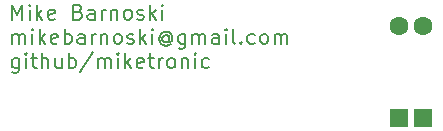
<source format=gto>
%TF.GenerationSoftware,KiCad,Pcbnew,7.0.2*%
%TF.CreationDate,2023-06-21T18:27:12-05:00*%
%TF.ProjectId,MXB_INTMCU.kicad_pro,4d58425f-494e-4544-9d43-552e6b696361,rev?*%
%TF.SameCoordinates,Original*%
%TF.FileFunction,Legend,Top*%
%TF.FilePolarity,Positive*%
%FSLAX46Y46*%
G04 Gerber Fmt 4.6, Leading zero omitted, Abs format (unit mm)*
G04 Created by KiCad (PCBNEW 7.0.2) date 2023-06-21 18:27:12*
%MOMM*%
%LPD*%
G01*
G04 APERTURE LIST*
%ADD10C,0.200000*%
%ADD11C,1.600000*%
%ADD12R,1.600000X1.600000*%
G04 APERTURE END LIST*
D10*
X80302380Y-57929776D02*
X80302380Y-56659776D01*
X80302380Y-56659776D02*
X80725714Y-57566919D01*
X80725714Y-57566919D02*
X81149047Y-56659776D01*
X81149047Y-56659776D02*
X81149047Y-57929776D01*
X81753809Y-57929776D02*
X81753809Y-57083109D01*
X81753809Y-56659776D02*
X81693333Y-56720252D01*
X81693333Y-56720252D02*
X81753809Y-56780728D01*
X81753809Y-56780728D02*
X81814286Y-56720252D01*
X81814286Y-56720252D02*
X81753809Y-56659776D01*
X81753809Y-56659776D02*
X81753809Y-56780728D01*
X82358571Y-57929776D02*
X82358571Y-56659776D01*
X82479524Y-57445966D02*
X82842381Y-57929776D01*
X82842381Y-57083109D02*
X82358571Y-57566919D01*
X83870476Y-57869300D02*
X83749524Y-57929776D01*
X83749524Y-57929776D02*
X83507619Y-57929776D01*
X83507619Y-57929776D02*
X83386666Y-57869300D01*
X83386666Y-57869300D02*
X83326190Y-57748347D01*
X83326190Y-57748347D02*
X83326190Y-57264538D01*
X83326190Y-57264538D02*
X83386666Y-57143585D01*
X83386666Y-57143585D02*
X83507619Y-57083109D01*
X83507619Y-57083109D02*
X83749524Y-57083109D01*
X83749524Y-57083109D02*
X83870476Y-57143585D01*
X83870476Y-57143585D02*
X83930952Y-57264538D01*
X83930952Y-57264538D02*
X83930952Y-57385490D01*
X83930952Y-57385490D02*
X83326190Y-57506442D01*
X85866190Y-57264538D02*
X86047618Y-57325014D01*
X86047618Y-57325014D02*
X86108095Y-57385490D01*
X86108095Y-57385490D02*
X86168571Y-57506442D01*
X86168571Y-57506442D02*
X86168571Y-57687871D01*
X86168571Y-57687871D02*
X86108095Y-57808823D01*
X86108095Y-57808823D02*
X86047618Y-57869300D01*
X86047618Y-57869300D02*
X85926666Y-57929776D01*
X85926666Y-57929776D02*
X85442856Y-57929776D01*
X85442856Y-57929776D02*
X85442856Y-56659776D01*
X85442856Y-56659776D02*
X85866190Y-56659776D01*
X85866190Y-56659776D02*
X85987142Y-56720252D01*
X85987142Y-56720252D02*
X86047618Y-56780728D01*
X86047618Y-56780728D02*
X86108095Y-56901680D01*
X86108095Y-56901680D02*
X86108095Y-57022633D01*
X86108095Y-57022633D02*
X86047618Y-57143585D01*
X86047618Y-57143585D02*
X85987142Y-57204061D01*
X85987142Y-57204061D02*
X85866190Y-57264538D01*
X85866190Y-57264538D02*
X85442856Y-57264538D01*
X87257142Y-57929776D02*
X87257142Y-57264538D01*
X87257142Y-57264538D02*
X87196666Y-57143585D01*
X87196666Y-57143585D02*
X87075714Y-57083109D01*
X87075714Y-57083109D02*
X86833809Y-57083109D01*
X86833809Y-57083109D02*
X86712856Y-57143585D01*
X87257142Y-57869300D02*
X87136190Y-57929776D01*
X87136190Y-57929776D02*
X86833809Y-57929776D01*
X86833809Y-57929776D02*
X86712856Y-57869300D01*
X86712856Y-57869300D02*
X86652380Y-57748347D01*
X86652380Y-57748347D02*
X86652380Y-57627395D01*
X86652380Y-57627395D02*
X86712856Y-57506442D01*
X86712856Y-57506442D02*
X86833809Y-57445966D01*
X86833809Y-57445966D02*
X87136190Y-57445966D01*
X87136190Y-57445966D02*
X87257142Y-57385490D01*
X87861904Y-57929776D02*
X87861904Y-57083109D01*
X87861904Y-57325014D02*
X87922381Y-57204061D01*
X87922381Y-57204061D02*
X87982857Y-57143585D01*
X87982857Y-57143585D02*
X88103809Y-57083109D01*
X88103809Y-57083109D02*
X88224762Y-57083109D01*
X88648094Y-57083109D02*
X88648094Y-57929776D01*
X88648094Y-57204061D02*
X88708571Y-57143585D01*
X88708571Y-57143585D02*
X88829523Y-57083109D01*
X88829523Y-57083109D02*
X89010952Y-57083109D01*
X89010952Y-57083109D02*
X89131904Y-57143585D01*
X89131904Y-57143585D02*
X89192380Y-57264538D01*
X89192380Y-57264538D02*
X89192380Y-57929776D01*
X89978571Y-57929776D02*
X89857619Y-57869300D01*
X89857619Y-57869300D02*
X89797142Y-57808823D01*
X89797142Y-57808823D02*
X89736666Y-57687871D01*
X89736666Y-57687871D02*
X89736666Y-57325014D01*
X89736666Y-57325014D02*
X89797142Y-57204061D01*
X89797142Y-57204061D02*
X89857619Y-57143585D01*
X89857619Y-57143585D02*
X89978571Y-57083109D01*
X89978571Y-57083109D02*
X90160000Y-57083109D01*
X90160000Y-57083109D02*
X90280952Y-57143585D01*
X90280952Y-57143585D02*
X90341428Y-57204061D01*
X90341428Y-57204061D02*
X90401904Y-57325014D01*
X90401904Y-57325014D02*
X90401904Y-57687871D01*
X90401904Y-57687871D02*
X90341428Y-57808823D01*
X90341428Y-57808823D02*
X90280952Y-57869300D01*
X90280952Y-57869300D02*
X90160000Y-57929776D01*
X90160000Y-57929776D02*
X89978571Y-57929776D01*
X90885714Y-57869300D02*
X91006667Y-57929776D01*
X91006667Y-57929776D02*
X91248571Y-57929776D01*
X91248571Y-57929776D02*
X91369524Y-57869300D01*
X91369524Y-57869300D02*
X91430000Y-57748347D01*
X91430000Y-57748347D02*
X91430000Y-57687871D01*
X91430000Y-57687871D02*
X91369524Y-57566919D01*
X91369524Y-57566919D02*
X91248571Y-57506442D01*
X91248571Y-57506442D02*
X91067143Y-57506442D01*
X91067143Y-57506442D02*
X90946190Y-57445966D01*
X90946190Y-57445966D02*
X90885714Y-57325014D01*
X90885714Y-57325014D02*
X90885714Y-57264538D01*
X90885714Y-57264538D02*
X90946190Y-57143585D01*
X90946190Y-57143585D02*
X91067143Y-57083109D01*
X91067143Y-57083109D02*
X91248571Y-57083109D01*
X91248571Y-57083109D02*
X91369524Y-57143585D01*
X91974285Y-57929776D02*
X91974285Y-56659776D01*
X92095238Y-57445966D02*
X92458095Y-57929776D01*
X92458095Y-57083109D02*
X91974285Y-57566919D01*
X93002380Y-57929776D02*
X93002380Y-57083109D01*
X93002380Y-56659776D02*
X92941904Y-56720252D01*
X92941904Y-56720252D02*
X93002380Y-56780728D01*
X93002380Y-56780728D02*
X93062857Y-56720252D01*
X93062857Y-56720252D02*
X93002380Y-56659776D01*
X93002380Y-56659776D02*
X93002380Y-56780728D01*
X80302380Y-59987176D02*
X80302380Y-59140509D01*
X80302380Y-59261461D02*
X80362857Y-59200985D01*
X80362857Y-59200985D02*
X80483809Y-59140509D01*
X80483809Y-59140509D02*
X80665238Y-59140509D01*
X80665238Y-59140509D02*
X80786190Y-59200985D01*
X80786190Y-59200985D02*
X80846666Y-59321938D01*
X80846666Y-59321938D02*
X80846666Y-59987176D01*
X80846666Y-59321938D02*
X80907142Y-59200985D01*
X80907142Y-59200985D02*
X81028095Y-59140509D01*
X81028095Y-59140509D02*
X81209523Y-59140509D01*
X81209523Y-59140509D02*
X81330476Y-59200985D01*
X81330476Y-59200985D02*
X81390952Y-59321938D01*
X81390952Y-59321938D02*
X81390952Y-59987176D01*
X81995713Y-59987176D02*
X81995713Y-59140509D01*
X81995713Y-58717176D02*
X81935237Y-58777652D01*
X81935237Y-58777652D02*
X81995713Y-58838128D01*
X81995713Y-58838128D02*
X82056190Y-58777652D01*
X82056190Y-58777652D02*
X81995713Y-58717176D01*
X81995713Y-58717176D02*
X81995713Y-58838128D01*
X82600475Y-59987176D02*
X82600475Y-58717176D01*
X82721428Y-59503366D02*
X83084285Y-59987176D01*
X83084285Y-59140509D02*
X82600475Y-59624319D01*
X84112380Y-59926700D02*
X83991428Y-59987176D01*
X83991428Y-59987176D02*
X83749523Y-59987176D01*
X83749523Y-59987176D02*
X83628570Y-59926700D01*
X83628570Y-59926700D02*
X83568094Y-59805747D01*
X83568094Y-59805747D02*
X83568094Y-59321938D01*
X83568094Y-59321938D02*
X83628570Y-59200985D01*
X83628570Y-59200985D02*
X83749523Y-59140509D01*
X83749523Y-59140509D02*
X83991428Y-59140509D01*
X83991428Y-59140509D02*
X84112380Y-59200985D01*
X84112380Y-59200985D02*
X84172856Y-59321938D01*
X84172856Y-59321938D02*
X84172856Y-59442890D01*
X84172856Y-59442890D02*
X83568094Y-59563842D01*
X84717141Y-59987176D02*
X84717141Y-58717176D01*
X84717141Y-59200985D02*
X84838094Y-59140509D01*
X84838094Y-59140509D02*
X85079999Y-59140509D01*
X85079999Y-59140509D02*
X85200951Y-59200985D01*
X85200951Y-59200985D02*
X85261427Y-59261461D01*
X85261427Y-59261461D02*
X85321903Y-59382414D01*
X85321903Y-59382414D02*
X85321903Y-59745271D01*
X85321903Y-59745271D02*
X85261427Y-59866223D01*
X85261427Y-59866223D02*
X85200951Y-59926700D01*
X85200951Y-59926700D02*
X85079999Y-59987176D01*
X85079999Y-59987176D02*
X84838094Y-59987176D01*
X84838094Y-59987176D02*
X84717141Y-59926700D01*
X86410475Y-59987176D02*
X86410475Y-59321938D01*
X86410475Y-59321938D02*
X86349999Y-59200985D01*
X86349999Y-59200985D02*
X86229047Y-59140509D01*
X86229047Y-59140509D02*
X85987142Y-59140509D01*
X85987142Y-59140509D02*
X85866189Y-59200985D01*
X86410475Y-59926700D02*
X86289523Y-59987176D01*
X86289523Y-59987176D02*
X85987142Y-59987176D01*
X85987142Y-59987176D02*
X85866189Y-59926700D01*
X85866189Y-59926700D02*
X85805713Y-59805747D01*
X85805713Y-59805747D02*
X85805713Y-59684795D01*
X85805713Y-59684795D02*
X85866189Y-59563842D01*
X85866189Y-59563842D02*
X85987142Y-59503366D01*
X85987142Y-59503366D02*
X86289523Y-59503366D01*
X86289523Y-59503366D02*
X86410475Y-59442890D01*
X87015237Y-59987176D02*
X87015237Y-59140509D01*
X87015237Y-59382414D02*
X87075714Y-59261461D01*
X87075714Y-59261461D02*
X87136190Y-59200985D01*
X87136190Y-59200985D02*
X87257142Y-59140509D01*
X87257142Y-59140509D02*
X87378095Y-59140509D01*
X87801427Y-59140509D02*
X87801427Y-59987176D01*
X87801427Y-59261461D02*
X87861904Y-59200985D01*
X87861904Y-59200985D02*
X87982856Y-59140509D01*
X87982856Y-59140509D02*
X88164285Y-59140509D01*
X88164285Y-59140509D02*
X88285237Y-59200985D01*
X88285237Y-59200985D02*
X88345713Y-59321938D01*
X88345713Y-59321938D02*
X88345713Y-59987176D01*
X89131904Y-59987176D02*
X89010952Y-59926700D01*
X89010952Y-59926700D02*
X88950475Y-59866223D01*
X88950475Y-59866223D02*
X88889999Y-59745271D01*
X88889999Y-59745271D02*
X88889999Y-59382414D01*
X88889999Y-59382414D02*
X88950475Y-59261461D01*
X88950475Y-59261461D02*
X89010952Y-59200985D01*
X89010952Y-59200985D02*
X89131904Y-59140509D01*
X89131904Y-59140509D02*
X89313333Y-59140509D01*
X89313333Y-59140509D02*
X89434285Y-59200985D01*
X89434285Y-59200985D02*
X89494761Y-59261461D01*
X89494761Y-59261461D02*
X89555237Y-59382414D01*
X89555237Y-59382414D02*
X89555237Y-59745271D01*
X89555237Y-59745271D02*
X89494761Y-59866223D01*
X89494761Y-59866223D02*
X89434285Y-59926700D01*
X89434285Y-59926700D02*
X89313333Y-59987176D01*
X89313333Y-59987176D02*
X89131904Y-59987176D01*
X90039047Y-59926700D02*
X90160000Y-59987176D01*
X90160000Y-59987176D02*
X90401904Y-59987176D01*
X90401904Y-59987176D02*
X90522857Y-59926700D01*
X90522857Y-59926700D02*
X90583333Y-59805747D01*
X90583333Y-59805747D02*
X90583333Y-59745271D01*
X90583333Y-59745271D02*
X90522857Y-59624319D01*
X90522857Y-59624319D02*
X90401904Y-59563842D01*
X90401904Y-59563842D02*
X90220476Y-59563842D01*
X90220476Y-59563842D02*
X90099523Y-59503366D01*
X90099523Y-59503366D02*
X90039047Y-59382414D01*
X90039047Y-59382414D02*
X90039047Y-59321938D01*
X90039047Y-59321938D02*
X90099523Y-59200985D01*
X90099523Y-59200985D02*
X90220476Y-59140509D01*
X90220476Y-59140509D02*
X90401904Y-59140509D01*
X90401904Y-59140509D02*
X90522857Y-59200985D01*
X91127618Y-59987176D02*
X91127618Y-58717176D01*
X91248571Y-59503366D02*
X91611428Y-59987176D01*
X91611428Y-59140509D02*
X91127618Y-59624319D01*
X92155713Y-59987176D02*
X92155713Y-59140509D01*
X92155713Y-58717176D02*
X92095237Y-58777652D01*
X92095237Y-58777652D02*
X92155713Y-58838128D01*
X92155713Y-58838128D02*
X92216190Y-58777652D01*
X92216190Y-58777652D02*
X92155713Y-58717176D01*
X92155713Y-58717176D02*
X92155713Y-58838128D01*
X93546666Y-59382414D02*
X93486190Y-59321938D01*
X93486190Y-59321938D02*
X93365237Y-59261461D01*
X93365237Y-59261461D02*
X93244285Y-59261461D01*
X93244285Y-59261461D02*
X93123333Y-59321938D01*
X93123333Y-59321938D02*
X93062856Y-59382414D01*
X93062856Y-59382414D02*
X93002380Y-59503366D01*
X93002380Y-59503366D02*
X93002380Y-59624319D01*
X93002380Y-59624319D02*
X93062856Y-59745271D01*
X93062856Y-59745271D02*
X93123333Y-59805747D01*
X93123333Y-59805747D02*
X93244285Y-59866223D01*
X93244285Y-59866223D02*
X93365237Y-59866223D01*
X93365237Y-59866223D02*
X93486190Y-59805747D01*
X93486190Y-59805747D02*
X93546666Y-59745271D01*
X93546666Y-59261461D02*
X93546666Y-59745271D01*
X93546666Y-59745271D02*
X93607142Y-59805747D01*
X93607142Y-59805747D02*
X93667618Y-59805747D01*
X93667618Y-59805747D02*
X93788571Y-59745271D01*
X93788571Y-59745271D02*
X93849047Y-59624319D01*
X93849047Y-59624319D02*
X93849047Y-59321938D01*
X93849047Y-59321938D02*
X93728095Y-59140509D01*
X93728095Y-59140509D02*
X93546666Y-59019557D01*
X93546666Y-59019557D02*
X93304761Y-58959080D01*
X93304761Y-58959080D02*
X93062856Y-59019557D01*
X93062856Y-59019557D02*
X92881428Y-59140509D01*
X92881428Y-59140509D02*
X92760475Y-59321938D01*
X92760475Y-59321938D02*
X92699999Y-59563842D01*
X92699999Y-59563842D02*
X92760475Y-59805747D01*
X92760475Y-59805747D02*
X92881428Y-59987176D01*
X92881428Y-59987176D02*
X93062856Y-60108128D01*
X93062856Y-60108128D02*
X93304761Y-60168604D01*
X93304761Y-60168604D02*
X93546666Y-60108128D01*
X93546666Y-60108128D02*
X93728095Y-59987176D01*
X94937618Y-59140509D02*
X94937618Y-60168604D01*
X94937618Y-60168604D02*
X94877142Y-60289557D01*
X94877142Y-60289557D02*
X94816666Y-60350033D01*
X94816666Y-60350033D02*
X94695713Y-60410509D01*
X94695713Y-60410509D02*
X94514285Y-60410509D01*
X94514285Y-60410509D02*
X94393332Y-60350033D01*
X94937618Y-59926700D02*
X94816666Y-59987176D01*
X94816666Y-59987176D02*
X94574761Y-59987176D01*
X94574761Y-59987176D02*
X94453809Y-59926700D01*
X94453809Y-59926700D02*
X94393332Y-59866223D01*
X94393332Y-59866223D02*
X94332856Y-59745271D01*
X94332856Y-59745271D02*
X94332856Y-59382414D01*
X94332856Y-59382414D02*
X94393332Y-59261461D01*
X94393332Y-59261461D02*
X94453809Y-59200985D01*
X94453809Y-59200985D02*
X94574761Y-59140509D01*
X94574761Y-59140509D02*
X94816666Y-59140509D01*
X94816666Y-59140509D02*
X94937618Y-59200985D01*
X95542380Y-59987176D02*
X95542380Y-59140509D01*
X95542380Y-59261461D02*
X95602857Y-59200985D01*
X95602857Y-59200985D02*
X95723809Y-59140509D01*
X95723809Y-59140509D02*
X95905238Y-59140509D01*
X95905238Y-59140509D02*
X96026190Y-59200985D01*
X96026190Y-59200985D02*
X96086666Y-59321938D01*
X96086666Y-59321938D02*
X96086666Y-59987176D01*
X96086666Y-59321938D02*
X96147142Y-59200985D01*
X96147142Y-59200985D02*
X96268095Y-59140509D01*
X96268095Y-59140509D02*
X96449523Y-59140509D01*
X96449523Y-59140509D02*
X96570476Y-59200985D01*
X96570476Y-59200985D02*
X96630952Y-59321938D01*
X96630952Y-59321938D02*
X96630952Y-59987176D01*
X97779999Y-59987176D02*
X97779999Y-59321938D01*
X97779999Y-59321938D02*
X97719523Y-59200985D01*
X97719523Y-59200985D02*
X97598571Y-59140509D01*
X97598571Y-59140509D02*
X97356666Y-59140509D01*
X97356666Y-59140509D02*
X97235713Y-59200985D01*
X97779999Y-59926700D02*
X97659047Y-59987176D01*
X97659047Y-59987176D02*
X97356666Y-59987176D01*
X97356666Y-59987176D02*
X97235713Y-59926700D01*
X97235713Y-59926700D02*
X97175237Y-59805747D01*
X97175237Y-59805747D02*
X97175237Y-59684795D01*
X97175237Y-59684795D02*
X97235713Y-59563842D01*
X97235713Y-59563842D02*
X97356666Y-59503366D01*
X97356666Y-59503366D02*
X97659047Y-59503366D01*
X97659047Y-59503366D02*
X97779999Y-59442890D01*
X98384761Y-59987176D02*
X98384761Y-59140509D01*
X98384761Y-58717176D02*
X98324285Y-58777652D01*
X98324285Y-58777652D02*
X98384761Y-58838128D01*
X98384761Y-58838128D02*
X98445238Y-58777652D01*
X98445238Y-58777652D02*
X98384761Y-58717176D01*
X98384761Y-58717176D02*
X98384761Y-58838128D01*
X99170952Y-59987176D02*
X99050000Y-59926700D01*
X99050000Y-59926700D02*
X98989523Y-59805747D01*
X98989523Y-59805747D02*
X98989523Y-58717176D01*
X99654761Y-59866223D02*
X99715238Y-59926700D01*
X99715238Y-59926700D02*
X99654761Y-59987176D01*
X99654761Y-59987176D02*
X99594285Y-59926700D01*
X99594285Y-59926700D02*
X99654761Y-59866223D01*
X99654761Y-59866223D02*
X99654761Y-59987176D01*
X100803809Y-59926700D02*
X100682857Y-59987176D01*
X100682857Y-59987176D02*
X100440952Y-59987176D01*
X100440952Y-59987176D02*
X100320000Y-59926700D01*
X100320000Y-59926700D02*
X100259523Y-59866223D01*
X100259523Y-59866223D02*
X100199047Y-59745271D01*
X100199047Y-59745271D02*
X100199047Y-59382414D01*
X100199047Y-59382414D02*
X100259523Y-59261461D01*
X100259523Y-59261461D02*
X100320000Y-59200985D01*
X100320000Y-59200985D02*
X100440952Y-59140509D01*
X100440952Y-59140509D02*
X100682857Y-59140509D01*
X100682857Y-59140509D02*
X100803809Y-59200985D01*
X101529523Y-59987176D02*
X101408571Y-59926700D01*
X101408571Y-59926700D02*
X101348094Y-59866223D01*
X101348094Y-59866223D02*
X101287618Y-59745271D01*
X101287618Y-59745271D02*
X101287618Y-59382414D01*
X101287618Y-59382414D02*
X101348094Y-59261461D01*
X101348094Y-59261461D02*
X101408571Y-59200985D01*
X101408571Y-59200985D02*
X101529523Y-59140509D01*
X101529523Y-59140509D02*
X101710952Y-59140509D01*
X101710952Y-59140509D02*
X101831904Y-59200985D01*
X101831904Y-59200985D02*
X101892380Y-59261461D01*
X101892380Y-59261461D02*
X101952856Y-59382414D01*
X101952856Y-59382414D02*
X101952856Y-59745271D01*
X101952856Y-59745271D02*
X101892380Y-59866223D01*
X101892380Y-59866223D02*
X101831904Y-59926700D01*
X101831904Y-59926700D02*
X101710952Y-59987176D01*
X101710952Y-59987176D02*
X101529523Y-59987176D01*
X102497142Y-59987176D02*
X102497142Y-59140509D01*
X102497142Y-59261461D02*
X102557619Y-59200985D01*
X102557619Y-59200985D02*
X102678571Y-59140509D01*
X102678571Y-59140509D02*
X102860000Y-59140509D01*
X102860000Y-59140509D02*
X102980952Y-59200985D01*
X102980952Y-59200985D02*
X103041428Y-59321938D01*
X103041428Y-59321938D02*
X103041428Y-59987176D01*
X103041428Y-59321938D02*
X103101904Y-59200985D01*
X103101904Y-59200985D02*
X103222857Y-59140509D01*
X103222857Y-59140509D02*
X103404285Y-59140509D01*
X103404285Y-59140509D02*
X103525238Y-59200985D01*
X103525238Y-59200985D02*
X103585714Y-59321938D01*
X103585714Y-59321938D02*
X103585714Y-59987176D01*
X80846666Y-61197909D02*
X80846666Y-62226004D01*
X80846666Y-62226004D02*
X80786190Y-62346957D01*
X80786190Y-62346957D02*
X80725714Y-62407433D01*
X80725714Y-62407433D02*
X80604761Y-62467909D01*
X80604761Y-62467909D02*
X80423333Y-62467909D01*
X80423333Y-62467909D02*
X80302380Y-62407433D01*
X80846666Y-61984100D02*
X80725714Y-62044576D01*
X80725714Y-62044576D02*
X80483809Y-62044576D01*
X80483809Y-62044576D02*
X80362857Y-61984100D01*
X80362857Y-61984100D02*
X80302380Y-61923623D01*
X80302380Y-61923623D02*
X80241904Y-61802671D01*
X80241904Y-61802671D02*
X80241904Y-61439814D01*
X80241904Y-61439814D02*
X80302380Y-61318861D01*
X80302380Y-61318861D02*
X80362857Y-61258385D01*
X80362857Y-61258385D02*
X80483809Y-61197909D01*
X80483809Y-61197909D02*
X80725714Y-61197909D01*
X80725714Y-61197909D02*
X80846666Y-61258385D01*
X81451428Y-62044576D02*
X81451428Y-61197909D01*
X81451428Y-60774576D02*
X81390952Y-60835052D01*
X81390952Y-60835052D02*
X81451428Y-60895528D01*
X81451428Y-60895528D02*
X81511905Y-60835052D01*
X81511905Y-60835052D02*
X81451428Y-60774576D01*
X81451428Y-60774576D02*
X81451428Y-60895528D01*
X81874762Y-61197909D02*
X82358571Y-61197909D01*
X82056190Y-60774576D02*
X82056190Y-61863147D01*
X82056190Y-61863147D02*
X82116667Y-61984100D01*
X82116667Y-61984100D02*
X82237619Y-62044576D01*
X82237619Y-62044576D02*
X82358571Y-62044576D01*
X82781904Y-62044576D02*
X82781904Y-60774576D01*
X83326190Y-62044576D02*
X83326190Y-61379338D01*
X83326190Y-61379338D02*
X83265714Y-61258385D01*
X83265714Y-61258385D02*
X83144762Y-61197909D01*
X83144762Y-61197909D02*
X82963333Y-61197909D01*
X82963333Y-61197909D02*
X82842381Y-61258385D01*
X82842381Y-61258385D02*
X82781904Y-61318861D01*
X84475238Y-61197909D02*
X84475238Y-62044576D01*
X83930952Y-61197909D02*
X83930952Y-61863147D01*
X83930952Y-61863147D02*
X83991429Y-61984100D01*
X83991429Y-61984100D02*
X84112381Y-62044576D01*
X84112381Y-62044576D02*
X84293810Y-62044576D01*
X84293810Y-62044576D02*
X84414762Y-61984100D01*
X84414762Y-61984100D02*
X84475238Y-61923623D01*
X85080000Y-62044576D02*
X85080000Y-60774576D01*
X85080000Y-61258385D02*
X85200953Y-61197909D01*
X85200953Y-61197909D02*
X85442858Y-61197909D01*
X85442858Y-61197909D02*
X85563810Y-61258385D01*
X85563810Y-61258385D02*
X85624286Y-61318861D01*
X85624286Y-61318861D02*
X85684762Y-61439814D01*
X85684762Y-61439814D02*
X85684762Y-61802671D01*
X85684762Y-61802671D02*
X85624286Y-61923623D01*
X85624286Y-61923623D02*
X85563810Y-61984100D01*
X85563810Y-61984100D02*
X85442858Y-62044576D01*
X85442858Y-62044576D02*
X85200953Y-62044576D01*
X85200953Y-62044576D02*
X85080000Y-61984100D01*
X87136191Y-60714100D02*
X86047620Y-62346957D01*
X87559524Y-62044576D02*
X87559524Y-61197909D01*
X87559524Y-61318861D02*
X87620001Y-61258385D01*
X87620001Y-61258385D02*
X87740953Y-61197909D01*
X87740953Y-61197909D02*
X87922382Y-61197909D01*
X87922382Y-61197909D02*
X88043334Y-61258385D01*
X88043334Y-61258385D02*
X88103810Y-61379338D01*
X88103810Y-61379338D02*
X88103810Y-62044576D01*
X88103810Y-61379338D02*
X88164286Y-61258385D01*
X88164286Y-61258385D02*
X88285239Y-61197909D01*
X88285239Y-61197909D02*
X88466667Y-61197909D01*
X88466667Y-61197909D02*
X88587620Y-61258385D01*
X88587620Y-61258385D02*
X88648096Y-61379338D01*
X88648096Y-61379338D02*
X88648096Y-62044576D01*
X89252857Y-62044576D02*
X89252857Y-61197909D01*
X89252857Y-60774576D02*
X89192381Y-60835052D01*
X89192381Y-60835052D02*
X89252857Y-60895528D01*
X89252857Y-60895528D02*
X89313334Y-60835052D01*
X89313334Y-60835052D02*
X89252857Y-60774576D01*
X89252857Y-60774576D02*
X89252857Y-60895528D01*
X89857619Y-62044576D02*
X89857619Y-60774576D01*
X89978572Y-61560766D02*
X90341429Y-62044576D01*
X90341429Y-61197909D02*
X89857619Y-61681719D01*
X91369524Y-61984100D02*
X91248572Y-62044576D01*
X91248572Y-62044576D02*
X91006667Y-62044576D01*
X91006667Y-62044576D02*
X90885714Y-61984100D01*
X90885714Y-61984100D02*
X90825238Y-61863147D01*
X90825238Y-61863147D02*
X90825238Y-61379338D01*
X90825238Y-61379338D02*
X90885714Y-61258385D01*
X90885714Y-61258385D02*
X91006667Y-61197909D01*
X91006667Y-61197909D02*
X91248572Y-61197909D01*
X91248572Y-61197909D02*
X91369524Y-61258385D01*
X91369524Y-61258385D02*
X91430000Y-61379338D01*
X91430000Y-61379338D02*
X91430000Y-61500290D01*
X91430000Y-61500290D02*
X90825238Y-61621242D01*
X91792857Y-61197909D02*
X92276666Y-61197909D01*
X91974285Y-60774576D02*
X91974285Y-61863147D01*
X91974285Y-61863147D02*
X92034762Y-61984100D01*
X92034762Y-61984100D02*
X92155714Y-62044576D01*
X92155714Y-62044576D02*
X92276666Y-62044576D01*
X92699999Y-62044576D02*
X92699999Y-61197909D01*
X92699999Y-61439814D02*
X92760476Y-61318861D01*
X92760476Y-61318861D02*
X92820952Y-61258385D01*
X92820952Y-61258385D02*
X92941904Y-61197909D01*
X92941904Y-61197909D02*
X93062857Y-61197909D01*
X93667618Y-62044576D02*
X93546666Y-61984100D01*
X93546666Y-61984100D02*
X93486189Y-61923623D01*
X93486189Y-61923623D02*
X93425713Y-61802671D01*
X93425713Y-61802671D02*
X93425713Y-61439814D01*
X93425713Y-61439814D02*
X93486189Y-61318861D01*
X93486189Y-61318861D02*
X93546666Y-61258385D01*
X93546666Y-61258385D02*
X93667618Y-61197909D01*
X93667618Y-61197909D02*
X93849047Y-61197909D01*
X93849047Y-61197909D02*
X93969999Y-61258385D01*
X93969999Y-61258385D02*
X94030475Y-61318861D01*
X94030475Y-61318861D02*
X94090951Y-61439814D01*
X94090951Y-61439814D02*
X94090951Y-61802671D01*
X94090951Y-61802671D02*
X94030475Y-61923623D01*
X94030475Y-61923623D02*
X93969999Y-61984100D01*
X93969999Y-61984100D02*
X93849047Y-62044576D01*
X93849047Y-62044576D02*
X93667618Y-62044576D01*
X94635237Y-61197909D02*
X94635237Y-62044576D01*
X94635237Y-61318861D02*
X94695714Y-61258385D01*
X94695714Y-61258385D02*
X94816666Y-61197909D01*
X94816666Y-61197909D02*
X94998095Y-61197909D01*
X94998095Y-61197909D02*
X95119047Y-61258385D01*
X95119047Y-61258385D02*
X95179523Y-61379338D01*
X95179523Y-61379338D02*
X95179523Y-62044576D01*
X95784285Y-62044576D02*
X95784285Y-61197909D01*
X95784285Y-60774576D02*
X95723809Y-60835052D01*
X95723809Y-60835052D02*
X95784285Y-60895528D01*
X95784285Y-60895528D02*
X95844762Y-60835052D01*
X95844762Y-60835052D02*
X95784285Y-60774576D01*
X95784285Y-60774576D02*
X95784285Y-60895528D01*
X96933333Y-61984100D02*
X96812381Y-62044576D01*
X96812381Y-62044576D02*
X96570476Y-62044576D01*
X96570476Y-62044576D02*
X96449524Y-61984100D01*
X96449524Y-61984100D02*
X96389047Y-61923623D01*
X96389047Y-61923623D02*
X96328571Y-61802671D01*
X96328571Y-61802671D02*
X96328571Y-61439814D01*
X96328571Y-61439814D02*
X96389047Y-61318861D01*
X96389047Y-61318861D02*
X96449524Y-61258385D01*
X96449524Y-61258385D02*
X96570476Y-61197909D01*
X96570476Y-61197909D02*
X96812381Y-61197909D01*
X96812381Y-61197909D02*
X96933333Y-61258385D01*
D11*
%TO.C,D2*%
X115050000Y-58500000D03*
D12*
X115050000Y-66300000D03*
%TD*%
D11*
%TO.C,D1*%
X113050000Y-58500000D03*
D12*
X113050000Y-66300000D03*
%TD*%
M02*

</source>
